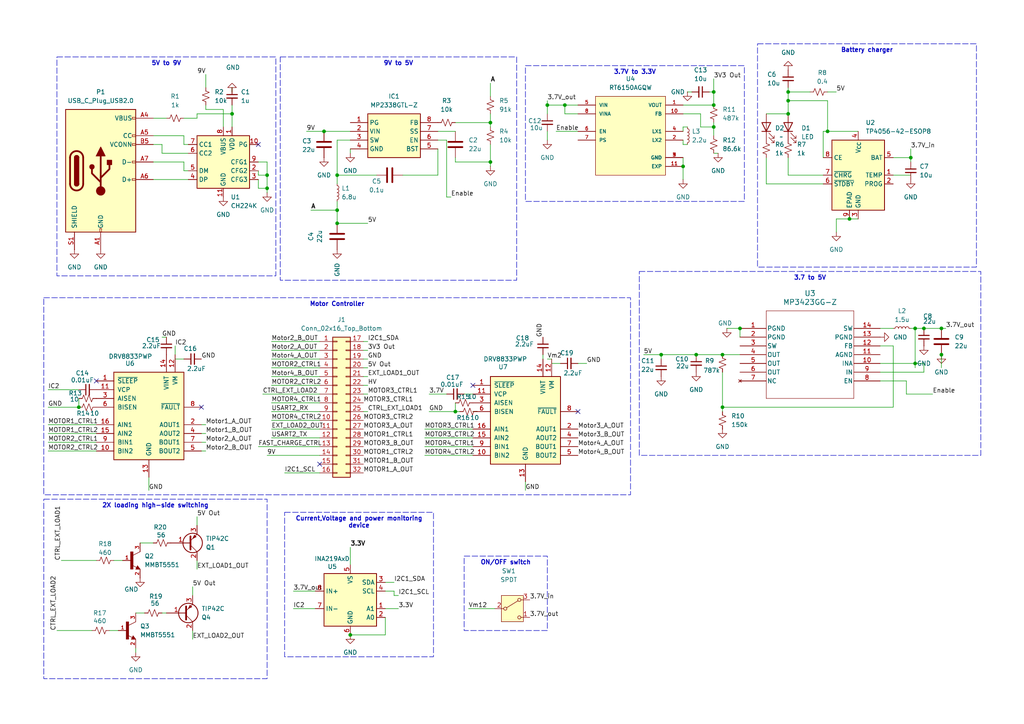
<source format=kicad_sch>
(kicad_sch (version 20250114) (generator "eeschema") (generator_version "9.0")
  (paper "A4")
  (title_block (title "EEE3088F_Micromouse_power_module") (date "2025-03-24") (rev "R5") (company "University of Cape Town") (comment 1 "Authors: Rasekoai Mokose and Innocent Mkhonta"))
  (text_box "Battery charger" (at 219.71 12.7 0) (size 63.5 64.77) (margins 0.9525 0.9525 0.9525 0.9525) (stroke (width 0) (type dash)) (effects (font (size 1.27 1.27) (thickness 0.254) (bold yes)) (justify top)))
  (text_box "5V to 9V" (at 16.51 16.51 0) (size 63.5 63.5) (margins 0.9525 0.9525 0.9525 0.9525) (stroke (width 0) (type dash)) (effects (font (size 1.27 1.27) (thickness 0.254) (bold yes)) (justify top)))
  (text_box "Motor Controller\n" (at 12.7 86.36 0) (size 170.18 57.15) (margins 0.9525 0.9525 0.9525 0.9525) (stroke (width 0) (type dash)) (effects (font (size 1.27 1.27) (thickness 0.254) (bold yes)) (justify top)))
  (text_box "ON/OFF switch" (at 134.62 161.29 0) (size 24.13 21.59) (margins 0.9525 0.9525 0.9525 0.9525) (stroke (width 0) (type dash)) (effects (font (size 1.27 1.27) (thickness 0.254) (bold yes)) (justify top)))
  (text_box "Current,Voltage and power monitoring device" (at 82.55 148.59 0) (size 43.18 41.91) (margins 0.9525 0.9525 0.9525 0.9525) (stroke (width 0) (type dash)) (effects (font (size 1.27 1.27) (thickness 0.254) (bold yes)) (justify top)))
  (text_box "3.7V to 3.3V\n" (at 152.4 19.05 0) (size 63.5 39.37) (margins 0.9525 0.9525 0.9525 0.9525) (stroke (width 0) (type dash)) (effects (font (size 1.27 1.27) (thickness 0.254) (bold yes)) (justify top)))
  (text_box "3.7 to 5V" (at 185.42 78.74 0) (size 99.06 53.34) (margins 0.9525 0.9525 0.9525 0.9525) (stroke (width 0) (type dash)) (effects (font (size 1.27 1.27) (thickness 0.254) (bold yes)) (justify top)))
  (text_box "9V to 5V\n" (at 81.28 16.51 0) (size 68.58 64.77) (margins 0.9525 0.9525 0.9525 0.9525) (stroke (width 0) (type dash)) (effects (font (size 1.27 1.27) (thickness 0.254) (bold yes)) (justify top)))
  (text_box "2X loading high-side switching " (at 12.7 144.78 0) (size 64.77 52.07) (margins 0.9525 0.9525 0.9525 0.9525) (stroke (width 0) (type dash)) (effects (font (size 1.27 1.27) (thickness 0.254) (bold yes)) (justify top)))
  (junction (at 101.6 184.15))
  (junction (at 207.01 30.48))
  (junction (at 158.75 30.48))
  (junction (at 273.05 95.25))
  (junction (at 228.6 33.02))
  (junction (at 97.79 60.96))
  (junction (at 22.86 118.11))
  (junction (at 198.12 48.26))
  (junction (at 77.47 50.8))
  (junction (at 273.05 102.87))
  (junction (at 132.08 119.38))
  (junction (at 93.98 38.1))
  (junction (at 67.31 33.02))
  (junction (at 142.24 35.56))
  (junction (at 265.43 95.25))
  (junction (at 209.55 118.11))
  (junction (at 97.79 64.77))
  (junction (at 265.43 105.41))
  (junction (at 240.03 38.1))
  (junction (at 207.01 36.83))
  (junction (at 246.38 63.5))
  (junction (at 228.6 26.67))
  (junction (at 228.6 29.21))
  (junction (at 264.16 45.72))
  (junction (at 267.97 95.25))
  (junction (at 214.63 95.25))
  (junction (at 209.55 102.87))
  (junction (at 77.47 54.61))
  (junction (at 191.77 102.87))
  (junction (at 201.93 102.87))
  (junction (at 207.01 26.67))
  (junction (at 97.79 50.8))
  (junction (at 163.83 30.48))
  (junction (at 142.24 46.99))
  (no_connect (at 137.16 111.76))
  (no_connect (at 167.64 119.38))
  (no_connect (at 74.93 41.91))
  (no_connect (at 92.71 134.62))
  (no_connect (at 58.42 118.11))
  (no_connect (at 27.94 110.49))
  (wire (pts (xy 228.6 29.21) (xy 228.6 33.02)))
  (wire (pts (xy 198.12 30.48) (xy 207.01 30.48)))
  (wire (pts (xy 74.93 46.99) (xy 77.47 46.99)))
  (wire (pts (xy 209.55 107.95) (xy 209.55 118.11)))
  (wire (pts (xy 167.64 105.41) (xy 170.18 105.41)))
  (wire (pts (xy 64.77 31.75) (xy 64.77 36.83)))
  (wire (pts (xy 123.19 127) (xy 137.16 127)))
  (wire (pts (xy 259.08 100.33) (xy 259.08 118.11)))
  (wire (pts (xy 191.77 102.87) (xy 201.93 102.87)))
  (wire (pts (xy 242.57 63.5) (xy 246.38 63.5)))
  (wire (pts (xy 115.57 172.72) (xy 114.3 172.72)))
  (wire (pts (xy 106.68 99.06) (xy 105.41 99.06)))
  (wire (pts (xy 59.69 130.81) (xy 58.42 130.81)))
  (wire (pts (xy 97.79 40.64) (xy 97.79 50.8)))
  (wire (pts (xy 46.99 97.79) (xy 48.26 97.79)))
  (wire (pts (xy 33.02 162.56) (xy 35.56 162.56)))
  (wire (pts (xy 78.74 121.92) (xy 92.71 121.92)))
  (wire (pts (xy 78.74 104.14) (xy 92.71 104.14)))
  (wire (pts (xy 264.16 45.72) (xy 264.16 46.99)))
  (wire (pts (xy 106.68 104.14) (xy 105.41 104.14)))
  (wire (pts (xy 238.76 50.8) (xy 228.6 50.8)))
  (wire (pts (xy 97.79 60.96) (xy 97.79 64.77)))
  (wire (pts (xy 129.54 40.64) (xy 129.54 57.15)))
  (wire (pts (xy 115.57 176.53) (xy 111.76 176.53)))
  (wire (pts (xy 16.51 182.88) (xy 26.67 182.88)))
  (wire (pts (xy 209.55 102.87) (xy 214.63 102.87)))
  (wire (pts (xy 59.69 31.75) (xy 59.69 30.48)))
  (wire (pts (xy 248.92 38.1) (xy 240.03 38.1)))
  (wire (pts (xy 228.6 25.4) (xy 228.6 26.67)))
  (wire (pts (xy 13.97 128.27) (xy 27.94 128.27)))
  (wire (pts (xy 127 40.64) (xy 129.54 40.64)))
  (wire (pts (xy 88.9 38.1) (xy 93.98 38.1)))
  (wire (pts (xy 44.45 39.37) (xy 53.34 39.37)))
  (wire (pts (xy 59.69 123.19) (xy 58.42 123.19)))
  (wire (pts (xy 267.97 95.25) (xy 273.05 95.25)))
  (wire (pts (xy 265.43 106.68) (xy 265.43 105.41)))
  (wire (pts (xy 74.93 50.8) (xy 77.47 50.8)))
  (wire (pts (xy 39.37 189.23) (xy 39.37 187.96)))
  (wire (pts (xy 53.34 49.53) (xy 54.61 49.53)))
  (wire (pts (xy 152.4 142.24) (xy 152.4 139.7)))
  (wire (pts (xy 142.24 46.99) (xy 142.24 41.91)))
  (wire (pts (xy 158.75 104.14) (xy 160.02 104.14)))
  (wire (pts (xy 53.34 41.91) (xy 54.61 41.91)))
  (wire (pts (xy 127 50.8) (xy 127 43.18)))
  (wire (pts (xy 57.15 34.29) (xy 57.15 33.02)))
  (wire (pts (xy 228.6 45.72) (xy 228.6 50.8)))
  (wire (pts (xy 255.27 107.95) (xy 267.97 107.95)))
  (wire (pts (xy 53.34 39.37) (xy 53.34 41.91)))
  (wire (pts (xy 132.08 46.99) (xy 142.24 46.99)))
  (wire (pts (xy 222.25 33.02) (xy 228.6 33.02)))
  (wire (pts (xy 209.55 118.11) (xy 209.55 119.38)))
  (wire (pts (xy 93.98 38.1) (xy 101.6 38.1)))
  (wire (pts (xy 255.27 100.33) (xy 259.08 100.33)))
  (wire (pts (xy 106.68 106.68) (xy 105.41 106.68)))
  (wire (pts (xy 198.12 40.64) (xy 198.12 41.91)))
  (wire (pts (xy 158.75 30.48) (xy 163.83 30.48)))
  (wire (pts (xy 214.63 95.25) (xy 214.63 97.79)))
  (wire (pts (xy 267.97 105.41) (xy 267.97 107.95)))
  (wire (pts (xy 240.03 26.67) (xy 242.57 26.67)))
  (wire (pts (xy 59.69 21.59) (xy 59.69 25.4)))
  (wire (pts (xy 116.84 50.8) (xy 127 50.8)))
  (wire (pts (xy 135.89 176.53) (xy 143.51 176.53)))
  (wire (pts (xy 265.43 95.25) (xy 265.43 105.41)))
  (wire (pts (xy 205.74 26.67) (xy 207.01 26.67)))
  (wire (pts (xy 262.89 110.49) (xy 255.27 110.49)))
  (wire (pts (xy 157.48 102.87) (xy 157.48 104.14)))
  (wire (pts (xy 85.09 171.45) (xy 91.44 171.45)))
  (wire (pts (xy 273.05 102.87) (xy 273.05 106.68)))
  (wire (pts (xy 53.34 46.99) (xy 53.34 49.53)))
  (wire (pts (xy 234.95 26.67) (xy 228.6 26.67)))
  (wire (pts (xy 207.01 22.86) (xy 207.01 26.67)))
  (wire (pts (xy 78.74 127) (xy 92.71 127)))
  (wire (pts (xy 242.57 67.31) (xy 242.57 63.5)))
  (wire (pts (xy 262.89 114.3) (xy 262.89 110.49)))
  (wire (pts (xy 67.31 36.83) (xy 67.31 33.02)))
  (wire (pts (xy 198.12 36.83) (xy 198.12 38.1)))
  (wire (pts (xy 57.15 165.1) (xy 57.15 162.56)))
  (wire (pts (xy 264.16 95.25) (xy 265.43 95.25)))
  (wire (pts (xy 101.6 40.64) (xy 97.79 40.64)))
  (wire (pts (xy 163.83 30.48) (xy 167.64 30.48)))
  (wire (pts (xy 74.93 49.53) (xy 74.93 50.8)))
  (wire (pts (xy 76.2 114.3) (xy 92.71 114.3)))
  (wire (pts (xy 158.75 29.21) (xy 158.75 30.48)))
  (wire (pts (xy 198.12 33.02) (xy 203.2 33.02)))
  (wire (pts (xy 207.01 35.56) (xy 207.01 36.83)))
  (wire (pts (xy 114.3 168.91) (xy 111.76 168.91)))
  (wire (pts (xy 203.2 33.02) (xy 203.2 36.83)))
  (wire (pts (xy 240.03 38.1) (xy 240.03 29.21)))
  (wire (pts (xy 59.69 125.73) (xy 58.42 125.73)))
  (wire (pts (xy 13.97 130.81) (xy 27.94 130.81)))
  (wire (pts (xy 238.76 45.72) (xy 238.76 38.1)))
  (wire (pts (xy 191.77 104.14) (xy 191.77 102.87)))
  (wire (pts (xy 210.82 95.25) (xy 214.63 95.25)))
  (wire (pts (xy 43.18 138.43) (xy 43.18 142.24)))
  (wire (pts (xy 101.6 44.45) (xy 101.6 43.18)))
  (wire (pts (xy 97.79 50.8) (xy 109.22 50.8)))
  (wire (pts (xy 255.27 105.41) (xy 265.43 105.41)))
  (wire (pts (xy 123.19 132.08) (xy 137.16 132.08)))
  (wire (pts (xy 123.19 129.54) (xy 137.16 129.54)))
  (wire (pts (xy 111.76 179.07) (xy 111.76 184.15)))
  (wire (pts (xy 106.68 119.38) (xy 105.41 119.38)))
  (wire (pts (xy 67.31 30.48) (xy 67.31 33.02)))
  (wire (pts (xy 142.24 33.02) (xy 142.24 35.56)))
  (wire (pts (xy 78.74 124.46) (xy 92.71 124.46)))
  (wire (pts (xy 270.51 114.3) (xy 262.89 114.3)))
  (wire (pts (xy 106.68 111.76) (xy 105.41 111.76)))
  (wire (pts (xy 101.6 158.75) (xy 101.6 163.83)))
  (wire (pts (xy 44.45 34.29) (xy 48.26 34.29)))
  (wire (pts (xy 132.08 116.84) (xy 132.08 119.38)))
  (wire (pts (xy 238.76 53.34) (xy 222.25 53.34)))
  (wire (pts (xy 44.45 46.99) (xy 53.34 46.99)))
  (wire (pts (xy 265.43 105.41) (xy 267.97 105.41)))
  (wire (pts (xy 46.99 44.45) (xy 46.99 41.91)))
  (wire (pts (xy 198.12 52.07) (xy 198.12 48.26)))
  (wire (pts (xy 199.39 36.83) (xy 198.12 36.83)))
  (wire (pts (xy 203.2 36.83) (xy 207.01 36.83)))
  (wire (pts (xy 106.68 109.22) (xy 105.41 109.22)))
  (wire (pts (xy 134.62 114.3) (xy 137.16 114.3)))
  (wire (pts (xy 54.61 44.45) (xy 46.99 44.45)))
  (wire (pts (xy 265.43 95.25) (xy 267.97 95.25)))
  (wire (pts (xy 17.78 162.56) (xy 27.94 162.56)))
  (wire (pts (xy 207.01 36.83) (xy 207.01 39.37)))
  (wire (pts (xy 142.24 48.26) (xy 142.24 46.99)))
  (wire (pts (xy 199.39 41.91) (xy 198.12 41.91)))
  (wire (pts (xy 240.03 29.21) (xy 228.6 29.21)))
  (wire (pts (xy 138.43 119.38) (xy 137.16 119.38)))
  (wire (pts (xy 78.74 119.38) (xy 92.71 119.38)))
  (wire (pts (xy 167.64 33.02) (xy 163.83 33.02)))
  (wire (pts (xy 77.47 46.99) (xy 77.47 50.8)))
  (wire (pts (xy 67.31 25.4) (xy 67.31 26.67)))
  (wire (pts (xy 106.68 101.6) (xy 105.41 101.6)))
  (wire (pts (xy 264.16 45.72) (xy 259.08 45.72)))
  (wire (pts (xy 127 38.1) (xy 132.08 38.1)))
  (wire (pts (xy 78.74 116.84) (xy 92.71 116.84)))
  (wire (pts (xy 13.97 123.19) (xy 27.94 123.19)))
  (wire (pts (xy 74.93 52.07) (xy 74.93 54.61)))
  (wire (pts (xy 31.75 182.88) (xy 34.29 182.88)))
  (wire (pts (xy 74.93 54.61) (xy 77.47 54.61)))
  (wire (pts (xy 238.76 38.1) (xy 240.03 38.1)))
  (wire (pts (xy 78.74 99.06) (xy 92.71 99.06)))
  (wire (pts (xy 207.01 26.67) (xy 207.01 30.48)))
  (wire (pts (xy 78.74 106.68) (xy 92.71 106.68)))
  (wire (pts (xy 59.69 31.75) (xy 64.77 31.75)))
  (wire (pts (xy 199.39 26.67) (xy 200.66 26.67)))
  (wire (pts (xy 158.75 33.02) (xy 158.75 30.48)))
  (wire (pts (xy 264.16 43.18) (xy 264.16 45.72)))
  (wire (pts (xy 85.09 176.53) (xy 91.44 176.53)))
  (wire (pts (xy 132.08 45.72) (xy 132.08 46.99)))
  (wire (pts (xy 129.54 57.15) (xy 130.81 57.15)))
  (wire (pts (xy 207.01 44.45) (xy 208.28 44.45)))
  (wire (pts (xy 77.47 55.88) (xy 77.47 54.61)))
  (wire (pts (xy 77.47 50.8) (xy 77.47 54.61)))
  (wire (pts (xy 186.69 102.87) (xy 191.77 102.87)))
  (wire (pts (xy 123.19 124.46) (xy 137.16 124.46)))
  (wire (pts (xy 55.88 185.42) (xy 55.88 182.88)))
  (wire (pts (xy 50.8 104.14) (xy 53.34 104.14)))
  (wire (pts (xy 78.74 111.76) (xy 92.71 111.76)))
  (wire (pts (xy 163.83 30.48) (xy 163.83 33.02)))
  (wire (pts (xy 198.12 48.26) (xy 198.12 45.72)))
  (wire (pts (xy 50.8 100.33) (xy 50.8 102.87)))
  (wire (pts (xy 273.05 95.25) (xy 274.32 95.25)))
  (wire (pts (xy 40.64 157.48) (xy 44.45 157.48)))
  (wire (pts (xy 57.15 33.02) (xy 67.31 33.02)))
  (wire (pts (xy 259.08 118.11) (xy 209.55 118.11)))
  (wire (pts (xy 59.69 128.27) (xy 58.42 128.27)))
  (wire (pts (xy 124.46 119.38) (xy 132.08 119.38)))
  (wire (pts (xy 114.3 171.45) (xy 111.76 171.45)))
  (wire (pts (xy 78.74 109.22) (xy 92.71 109.22)))
  (wire (pts (xy 158.75 38.1) (xy 158.75 40.64)))
  (wire (pts (xy 101.6 184.15) (xy 111.76 184.15)))
  (wire (pts (xy 78.74 101.6) (xy 92.71 101.6)))
  (wire (pts (xy 201.93 102.87) (xy 209.55 102.87)))
  (wire (pts (xy 142.24 35.56) (xy 142.24 36.83)))
  (wire (pts (xy 82.55 137.16) (xy 92.71 137.16)))
  (wire (pts (xy 248.92 63.5) (xy 246.38 63.5)))
  (wire (pts (xy 255.27 95.25) (xy 259.08 95.25)))
  (wire (pts (xy 74.93 129.54) (xy 92.71 129.54)))
  (wire (pts (xy 133.35 119.38) (xy 132.08 119.38)))
  (wire (pts (xy 13.97 118.11) (xy 22.86 118.11)))
  (wire (pts (xy 90.17 60.96) (xy 97.79 60.96)))
  (wire (pts (xy 13.97 113.03) (xy 22.86 113.03)))
  (wire (pts (xy 13.97 125.73) (xy 27.94 125.73)))
  (wire (pts (xy 57.15 149.86) (xy 57.15 152.4)))
  (wire (pts (xy 44.45 52.07) (xy 54.61 52.07)))
  (wire (pts (xy 97.79 58.42) (xy 97.79 60.96)))
  (wire (pts (xy 55.88 170.18) (xy 55.88 172.72)))
  (wire (pts (xy 142.24 24.13) (xy 142.24 27.94)))
  (wire (pts (xy 132.08 35.56) (xy 142.24 35.56)))
  (wire (pts (xy 44.45 41.91) (xy 46.99 41.91)))
  (wire (pts (xy 114.3 172.72) (xy 114.3 171.45)))
  (wire (pts (xy 97.79 50.8) (xy 97.79 53.34)))
  (wire (pts (xy 22.86 115.57) (xy 22.86 118.11)))
  (wire (pts (xy 39.37 177.8) (xy 41.91 177.8)))
  (wire (pts (xy 57.15 34.29) (xy 53.34 34.29)))
  (wire (pts (xy 161.29 38.1) (xy 167.64 38.1)))
  (wire (pts (xy 48.26 177.8) (xy 46.99 177.8)))
  (wire (pts (xy 160.02 105.41) (xy 162.56 105.41)))
  (wire (pts (xy 106.68 114.3) (xy 105.41 114.3)))
  (wire (pts (xy 228.6 26.67) (xy 228.6 29.21)))
  (wire (pts (xy 124.46 114.3) (xy 129.54 114.3)))
  (wire (pts (xy 222.25 45.72) (xy 222.25 53.34)))
  (wire (pts (xy 77.47 132.08) (xy 92.71 132.08)))
  (wire (pts (xy 106.68 64.77) (xy 97.79 64.77)))
  (wire (pts (xy 259.08 50.8) (xy 264.16 50.8)))
  (label "Enable" (at 270.51 114.3 0))
  (label "Motor3_B_OUT" (at 167.64 127 0))
  (label "9V" (at 59.69 21.59 180))
  (label "Motor4_B_OUT" (at 167.64 132.08 0))
  (label "5V Out" (at 106.68 106.68 0))
  (label "3.3V" (at 115.57 176.53 0) (effects (font (thickness 0.1588))))
  (label "EXT_LOAD2_OUT" (at 55.88 185.42 0))
  (label "GND" (at 46.99 97.79 0))
  (label "CTRL_EXT_LOAD2" (at 76.2 114.3 0))
  (label "MOTOR2_CTRL2" (at 78.74 111.76 0))
  (label "MOTOR4_CTRL2" (at 123.19 132.08 0))
  (label "MOTOR3_B_OUT" (at 105.41 129.54 0))
  (label "MOTOR2_CTRL1" (at 78.74 106.68 0))
  (label "CTRL_EXT_LOAD1" (at 106.68 119.38 0))
  (label "Motor2_B_OUT" (at 59.69 130.81 0))
  (label "3.7V_in" (at 264.16 43.18 0))
  (label "MOTOR3_CTRL1" (at 123.19 124.46 0))
  (label "I2C1_SCL" (at 82.55 137.16 0))
  (label "3.7V_in" (at 153.67 173.99 0))
  (label "3V3 Out" (at 106.68 101.6 0))
  (label "FAST_CHARGE_CTRL" (at 74.93 129.54 0))
  (label "GND" (at 152.4 142.24 0))
  (label "USART2_RX" (at 78.74 119.38 0))
  (label "MOTOR1_A_OUT" (at 105.41 137.16 0))
  (label "Motor2_B_OUT" (at 78.74 99.06 0))
  (label "Motor3_A_OUT" (at 167.64 124.46 0))
  (label "Motor2_A_OUT" (at 59.69 128.27 0))
  (label "IC2" (at 50.8 100.33 0))
  (label "5V" (at 242.57 26.67 0))
  (label "I2C1_SCL" (at 115.57 172.72 0))
  (label "MOTOR1_CTRL2" (at 105.41 132.08 0))
  (label "USART2_TX" (at 78.74 127 0))
  (label "Vm12" (at 135.89 176.53 0))
  (label "Enable" (at 161.29 38.1 0))
  (label "MOTOR1_CTRL2" (at 13.97 125.73 0))
  (label "5V" (at 186.69 102.87 0))
  (label "9V" (at 88.9 38.1 0))
  (label "CTRL_EXT_LOAD2" (at 16.51 182.88 90))
  (label "MOTOR4_CTRL1" (at 123.19 129.54 0))
  (label "Motor1_B_OUT" (at 59.69 125.73 0))
  (label "Motor2_A_OUT" (at 78.74 101.6 0))
  (label "GND" (at 124.46 119.38 0))
  (label "3.7V_out" (at 85.09 171.45 0) (effects (font (thickness 0.1588))))
  (label "3.7V_out" (at 158.75 29.21 0))
  (label "MOTOR2_CTRL2" (at 13.97 130.81 0))
  (label "EXT_LOAD1_OUT" (at 106.68 109.22 0))
  (label "MOTOR3_CTRL1" (at 105.41 116.84 0))
  (label "I2C1_SDA" (at 114.3 168.91 0))
  (label "3.7V" (at 124.46 114.3 0))
  (label "A" (at 90.17 60.96 0) (effects (font (thickness 0.254) (bold yes))))
  (label "MOTOR3_A_OUT" (at 105.41 124.46 0))
  (label "EXT_LOAD2_OUT" (at 78.74 124.46 0))
  (label "Motor4_B_OUT" (at 78.74 109.22 0))
  (label "Motor1_A_OUT" (at 59.69 123.19 0))
  (label "GND" (at 170.18 105.41 0))
  (label "MOTOR4_CTRL1" (at 78.74 116.84 0))
  (label "Motor4_A_OUT" (at 167.64 129.54 0))
  (label "A" (at 142.24 24.13 0) (effects (font (thickness 0.254) (bold yes))))
  (label "HV" (at 106.68 111.76 0))
  (label "3V3 Out" (at 207.01 22.86 0))
  (label "3.7V_out" (at 153.67 179.07 0))
  (label "5V" (at 106.68 64.77 0))
  (label "5V Out" (at 57.15 149.86 0))
  (label "MOTOR3_CTRL2" (at 105.41 121.92 0))
  (label "Enable" (at 130.81 57.15 0))
  (label "Vm2" (at 158.75 104.14 0))
  (label "IC2" (at 13.97 113.03 0))
  (label "MOTOR2_CTRL1" (at 13.97 128.27 0))
  (label "IC2" (at 85.09 176.53 0))
  (label "GND" (at 43.18 142.24 0))
  (label "GND" (at 58.42 104.14 0))
  (label "GND" (at 106.68 104.14 0))
  (label "GND" (at 13.97 118.11 0))
  (label "MOTOR3_CTRL2" (at 123.19 127 0))
  (label "MOTOR3_CTRL1" (at 106.68 114.3 0))
  (label "CTRL_EXT_LOAD1" (at 17.78 162.56 90))
  (label "5V Out" (at 55.88 170.18 0))
  (label "EXT_LOAD1_OUT" (at 57.15 165.1 0))
  (label "MOTOR4_CTRL2" (at 78.74 121.92 0))
  (label "3.7V_out" (at 274.32 95.25 0))
  (label "GND" (at 157.48 97.79 90))
  (label "MOTOR1_CTRL1" (at 105.41 127 0))
  (label "I2C1_SDA" (at 106.68 99.06 0))
  (label "3.3V" (at 101.6 158.75 0) (effects (font (bold yes))))
  (label "9V" (at 77.47 132.08 0))
  (label "MOTOR1_CTRL1" (at 13.97 123.19 0))
  (label "MOTOR1_B_OUT" (at 105.41 134.62 0))
  (label "Motor4_A_OUT" (at 78.74 104.14 0))
  (symbol (lib_id "Device:C_Small") (at 67.31 27.94 0) (unit 1)
    (property "Reference" "C1" (at 69.85 26.6762 0) (effects (justify left)))
    (property "Value" "1u" (at 69.85 29.2162 0) (effects (justify left)))
    (property "Description" "Unpolarized capacitor, small symbol" (effects (hide yes)))
  )
  (symbol (lib_id "Battery_Management:TP4056-42-ESOP8") (at 248.92 50.8 0) (unit 1)
    (property "Reference" "U2" (at 251.0633 35.56 0) (effects (justify left)))
    (property "Value" "TP4056-42-ESOP8" (at 251.0633 38.1 0) (effects (justify left)))
    (property "Footprint" "Package_SO:SOIC-8-1EP_3.9x4.9mm_P1.27mm_EP2.41x3.3mm_ThermalVias" (effects (hide yes)))
    (property "Datasheet" "https://www.lcsc.com/datasheet/lcsc_datasheet_2410121619_TOPPOWER-Nanjing-Extension-Microelectronics-TP4056-42-ESOP8_C16581.pdf" (effects (hide yes)))
    (property "Description" "1A Standalone Linear Li-ion/LiPo single-cell battery charger, 4.2V ±1% charge voltage, VCC = 4.0..8.0V, SOIC-8 (SOP-8)" (effects (hide yes)))
  )
  (symbol (lib_id "MMBT5551:MMBT5551") (at 36.83 182.88 0) (unit 1)
    (property "Reference" "Q3" (at 40.64 181.6099 0) (effects (justify left)))
    (property "Value" "MMBT5551" (at 40.64 184.1499 0) (effects (justify left)))
    (property "Footprint" "MMBT5551:SOT23-3" (effects (hide yes)))
    (property "DigiKey_Part_Number" "2156-MMBT5551-ND" (effects (hide yes)))
    (property "SnapEDA_Link" "https://www.snapeda.com/parts/MMBT5551/Fairchild+Imaging/view-part/?ref=snap" (effects (hide yes)))
    (property "Description_1" "This device is designed for general purpose high voltage amplifiers and gas discharge display drivers." (effects (hide yes)))
    (property "Package" "SOT-23-3 Fairchild Semiconductor" (effects (hide yes)))
    (property "BASIC_PART" "YES" (effects (hide yes)))
    (property "MF" "Fairchild Semiconductor" (effects (hide yes)))
    (property "MP" "MMBT5551" (effects (hide yes)))
    (property "Check_prices" "https://www.snapeda.com/parts/MMBT5551/Fairchild+Imaging/view-part/?ref=eda" (effects (hide yes)))
  )
  (symbol (lib_id "Device:C_Small") (at 165.1 105.41 90) (unit 1)
    (property "Reference" "C19" (at 166.37 102.362 90) (effects (justify left)))
    (property "Value" "2.2uF" (at 168.91 108.204 90) (effects (justify left)))
    (property "Description" "Unpolarized capacitor, small symbol" (effects (hide yes)))
  )
  (symbol (lib_id "Device:C") (at 132.08 41.91 0) (unit 1)
    (property "Reference" "C2" (at 135.89 40.6399 0) (effects (justify left)))
    (property "Value" "22u" (at 135.89 43.1799 0) (effects (justify left)))
    (property "Description" "Unpolarized capacitor" (effects (hide yes)))
  )
  (symbol (lib_id "Device:C_Small") (at 158.75 35.56 0) (unit 1)
    (property "Reference" "C12" (at 153.162 35.052 0) (effects (justify left)))
    (property "Value" "10u" (at 153.67 37.084 0) (effects (justify left)))
    (property "Description" "Unpolarized capacitor, small symbol" (effects (hide yes)))
  )
  (symbol (lib_id "Interface_USB:CH224K") (at 64.77 46.99 0) (unit 1)
    (property "Reference" "U1" (at 66.9133 57.15 0) (effects (justify left)))
    (property "Value" "CH224K" (at 66.9133 59.69 0) (effects (justify left)))
    (property "Footprint" "Package_SO:SSOP-10-1EP_3.9x4.9mm_P1mm_EP2.1x3.3mm" (effects (hide yes)))
    (property "Datasheet" "https://www.wch.cn/downloads/file/301.html" (effects (hide yes)))
    (property "Description" "100W USB Type-C PD3.0/2.0, BC1.2 Sink Controller, SSOP-10" (effects (hide yes)))
  )
  (symbol (lib_id "power:GND") (at 242.57 67.31 0) (unit 1)
    (property "Reference" "#PWR011" (effects (hide yes)))
    (property "Value" "GND" (at 242.57 72.39 0))
    (property "Description" "Power symbol creates a global label with name \"GND\" , ground" (effects (hide yes)))
  )
  (symbol (lib_id "Device:R_Small_US") (at 46.99 157.48 90) (unit 1)
    (property "Reference" "R20" (at 46.482 152.908 90))
    (property "Value" "56" (at 46.736 155.194 90))
    (property "Description" "Resistor, small US symbol" (effects (hide yes)))
  )
  (symbol (lib_id "Device:R_Small_US") (at 222.25 43.18 0) (unit 1)
    (property "Reference" "R6" (at 224.79 41.9099 0) (effects (justify left)))
    (property "Value" "1k" (at 224.79 44.4499 0) (effects (justify left)))
    (property "Description" "Resistor, small US symbol" (effects (hide yes)))
  )
  (symbol (lib_id "power:GND") (at 209.55 124.46 0) (unit 1)
    (property "Reference" "#PWR018" (effects (hide yes)))
    (property "Value" "GND" (at 209.55 129.54 0))
    (property "Description" "Power symbol creates a global label with name \"GND\" , ground" (effects (hide yes)))
  )
  (symbol (lib_id "power:GND") (at 67.31 26.67 180) (unit 1)
    (property "Reference" "#PWR02" (effects (hide yes)))
    (property "Value" "GND" (at 67.564 19.558 0))
    (property "Description" "Power symbol creates a global label with name \"GND\" , ground" (effects (hide yes)))
  )
  (symbol (lib_id "power:GND") (at 273.05 102.87 0) (unit 1)
    (property "Reference" "#PWR015" (effects (hide yes)))
    (property "Value" "GND" (at 273.05 107.95 0))
    (property "Description" "Power symbol creates a global label with name \"GND\" , ground" (effects (hide yes)))
  )
  (symbol (lib_id "Device:C") (at 93.98 41.91 0) (unit 1)
    (property "Reference" "C3" (at 87.63 40.894 0) (effects (justify left)))
    (property "Value" "22u" (at 87.63 43.434 0) (effects (justify left)))
    (property "Description" "Unpolarized capacitor" (effects (hide yes)))
  )
  (symbol (lib_id "Sensor_Energy:INA219AxD") (at 101.6 173.99 0) (unit 1)
    (property "Reference" "U5" (at 94.996 164.338 0) (effects (justify left)))
    (property "Value" "INA219AxD" (at 91.186 162.052 0) (effects (justify left)))
    (property "Footprint" "Package_SO:SOIC-8_3.9x4.9mm_P1.27mm" (effects (hide yes)))
    (property "Datasheet" "http://www.ti.com/lit/ds/symlink/ina219.pdf" (effects (hide yes)))
    (property "Description" "Zero-Drift, Bidirectional Current/Power Monitor (0-26V) With I2C Interface, SOIC-8" (effects (hide yes)))
  )
  (symbol (lib_id "Device:R_Small_US") (at 209.55 121.92 0) (unit 1)
    (property "Reference" "R10" (at 212.09 120.6499 0) (effects (justify left)))
    (property "Value" "150k" (at 212.09 123.1899 0) (effects (justify left)))
    (property "Description" "Resistor, small US symbol" (effects (hide yes)))
  )
  (symbol (lib_id "power:GND") (at 228.6 20.32 180) (unit 1)
    (property "Reference" "#PWR012" (effects (hide yes)))
    (property "Value" "GND" (at 228.6 15.24 0))
    (property "Description" "Power symbol creates a global label with name \"GND\" , ground" (effects (hide yes)))
  )
  (symbol (lib_id "power:GND") (at 255.27 97.79 90) (unit 1)
    (property "Reference" "#PWR017" (effects (hide yes)))
    (property "Value" "GND" (at 259.08 97.7899 90) (effects (justify right)))
    (property "Description" "Power symbol creates a global label with name \"GND\" , ground" (effects (hide yes)))
  )
  (symbol (lib_id "power:GND") (at 21.59 72.39 0) (unit 1)
    (property "Reference" "#PWR04" (effects (hide yes)))
    (property "Value" "GND" (at 21.59 77.47 0))
    (property "Description" "Power symbol creates a global label with name \"GND\" , ground" (effects (hide yes)))
  )
  (symbol (lib_id "power:GND") (at 29.21 72.39 0) (unit 1)
    (property "Reference" "#PWR03" (effects (hide yes)))
    (property "Value" "GND" (at 29.21 77.47 0))
    (property "Description" "Power symbol creates a global label with name \"GND\" , ground" (effects (hide yes)))
  )
  (symbol (lib_id "power:GND") (at 210.82 95.25 0) (unit 1)
    (property "Reference" "#PWR016" (effects (hide yes)))
    (property "Value" "GND" (at 212.344 93.726 0) (effects (justify right)))
    (property "Description" "Power symbol creates a global label with name \"GND\" , ground" (effects (hide yes)))
  )
  (symbol (lib_id "Device:C_Small") (at 201.93 105.41 0) (unit 1)
    (property "Reference" "C10" (at 195.834 104.14 0) (effects (justify left)))
    (property "Value" "22u" (at 196.088 106.172 0) (effects (justify left)))
    (property "Description" "Unpolarized capacitor, small symbol" (effects (hide yes)))
  )
  (symbol (lib_id "power:GND") (at 93.98 45.72 0) (unit 1)
    (property "Reference" "#PWR07" (effects (hide yes)))
    (property "Value" "GND" (at 93.98 50.8 0))
    (property "Description" "Power symbol creates a global label with name \"GND\" , ground" (effects (hide yes)))
  )
  (symbol (lib_id "Device:L_Small") (at 97.79 55.88 0) (unit 1)
    (property "Reference" "L1" (at 99.06 54.6099 0) (effects (justify left)))
    (property "Value" "6.8u" (at 99.06 57.1499 0) (effects (justify left)))
    (property "Description" "Inductor, small symbol" (effects (hide yes)))
  )
  (symbol (lib_id "Device:C_Small") (at 157.48 100.33 0) (unit 1)
    (property "Reference" "C18" (at 149.606 98.044 0) (effects (justify left)))
    (property "Value" "2.2uF" (at 149.352 99.822 0) (effects (justify left)))
    (property "Description" "Unpolarized capacitor, small symbol" (effects (hide yes)))
  )
  (symbol (lib_id "Device:R_Small_US") (at 134.62 116.84 90) (unit 1)
    (property "Reference" "R15" (at 134.366 115.062 90))
    (property "Value" "10" (at 136.906 115.062 90))
    (property "Description" "Resistor, small US symbol" (effects (hide yes)))
  )
  (symbol (lib_id "power:GND") (at 158.75 40.64 0) (unit 1)
    (property "Reference" "#PWR022" (effects (hide yes)))
    (property "Value" "GND" (at 158.75 45.72 0))
    (property "Description" "Power symbol creates a global label with name \"GND\" , ground" (effects (hide yes)))
  )
  (symbol (lib_id "power:GND") (at 77.47 55.88 0) (unit 1)
    (property "Reference" "#PWR01" (effects (hide yes)))
    (property "Value" "GND" (at 77.47 60.96 0))
    (property "Description" "Power symbol creates a global label with name \"GND\" , ground" (effects (hide yes)))
  )
  (symbol (lib_id "Device:R_Small_US") (at 25.4 118.11 90) (unit 1)
    (property "Reference" "R14" (at 24.13 119.888 90))
    (property "Value" "10" (at 27.432 119.888 90))
    (property "Description" "Resistor, small US symbol" (effects (hide yes)))
  )
  (symbol (lib_id "Device:R_Small_US") (at 44.45 177.8 90) (unit 1)
    (property "Reference" "R19" (at 45.212 172.974 90))
    (property "Value" "56" (at 44.958 175.006 90))
    (property "Description" "Resistor, small US symbol" (effects (hide yes)))
  )
  (symbol (lib_id "power:GND") (at 64.77 57.15 0) (unit 1)
    (property "Reference" "#PWR05" (effects (hide yes)))
    (property "Value" "GND" (at 64.77 62.23 0))
    (property "Description" "Power symbol creates a global label with name \"GND\" , ground" (effects (hide yes)))
  )
  (symbol (lib_id "Driver_Motor:DRV8833PWP") (at 43.18 120.65 0) (unit 1)
    (property "Reference" "U6" (at 36.322 105.41 0) (effects (justify left)))
    (property "Value" "DRV8833PWP" (at 31.496 103.378 0) (effects (justify left)))
    (property "Footprint" "Package_SO:HTSSOP-16-1EP_4.4x5mm_P0.65mm_EP3.4x5mm_Mask2.46x2.31mm_ThermalVias" (effects (hide yes)))
    (property "Datasheet" "http://www.ti.com/lit/ds/symlink/drv8833.pdf" (effects (hide yes)))
    (property "Description" "Dual H-Bridge Motor Driver, HTSSOP-16" (effects (hide yes)))
  )
  (symbol (lib_id "Device:C_Small") (at 267.97 97.79 0) (unit 1)
    (property "Reference" "C8" (at 267.716 91.694 0) (effects (justify left)))
    (property "Value" "22u" (at 267.716 93.218 0) (effects (justify left)))
    (property "Description" "Unpolarized capacitor, small symbol" (effects (hide yes)))
  )
  (symbol (lib_id "Device:C_Small") (at 25.4 113.03 90) (unit 1)
    (property "Reference" "C14" (at 23.876 108.204 90))
    (property "Value" "0.01uF" (at 23.876 110.236 90))
    (property "Description" "Unpolarized capacitor, small symbol" (effects (hide yes)))
  )
  (symbol (lib_id "MMBT5551:MMBT5551") (at 38.1 162.56 0) (unit 1)
    (property "Reference" "Q2" (at 41.91 161.2899 0) (effects (justify left)))
    (property "Value" "MMBT5551" (at 41.91 163.8299 0) (effects (justify left)))
    (property "Footprint" "MMBT5551:SOT23-3" (effects (hide yes)))
    (property "DigiKey_Part_Number" "2156-MMBT5551-ND" (effects (hide yes)))
    (property "SnapEDA_Link" "https://www.snapeda.com/parts/MMBT5551/Fairchild+Imaging/view-part/?ref=snap" (effects (hide yes)))
    (property "Description_1" "This device is designed for general purpose high voltage amplifiers and gas discharge display drivers." (effects (hide yes)))
    (property "Package" "SOT-23-3 Fairchild Semiconductor" (effects (hide yes)))
    (property "BASIC_PART" "YES" (effects (hide yes)))
    (property "MF" "Fairchild Semiconductor" (effects (hide yes)))
    (property "MP" "MMBT5551" (effects (hide yes)))
    (property "Check_prices" "https://www.snapeda.com/parts/MMBT5551/Fairchild+Imaging/view-part/?ref=eda" (effects (hide yes)))
  )
  (symbol (lib_id "power:GND") (at 199.39 26.67 0) (unit 1)
    (property "Reference" "#PWR024" (effects (hide yes)))
    (property "Value" "GND" (at 196.596 26.67 0))
    (property "Description" "Power symbol creates a global label with name \"GND\" , ground" (effects (hide yes)))
  )
  (symbol (lib_id "power:GND") (at 267.97 100.33 0) (unit 1)
    (property "Reference" "#PWR014" (effects (hide yes)))
    (property "Value" "GND" (at 267.97 105.41 0))
    (property "Description" "Power symbol creates a global label with name \"GND\" , ground" (effects (hide yes)))
  )
  (symbol (lib_id "Switch:SW_Nidec_CAS-120A1") (at 148.59 176.53 0) (unit 1)
    (property "Reference" "SW1" (at 147.574 165.608 0))
    (property "Value" "SPDT" (at 147.574 168.148 0))
    (property "Footprint" "MyLibrary:NEWSWITCH" (effects (hide yes)))
    (property "Datasheet" "https://www.nidec-components.com/e/catalog/switch/cas.pdf" (effects (hide yes)))
    (property "Description" "Switch, single pole double throw" (effects (hide yes)))
  )
  (symbol (lib_id "Connector:USB_C_Plug_USB2.0") (at 29.21 49.53 0) (unit 1)
    (property "Reference" "P1" (at 29.21 26.67 0))
    (property "Value" "USB_C_Plug_USB2.0" (at 29.21 29.21 0))
    (property "Datasheet" "https://www.usb.org/sites/default/files/documents/usb_type-c.zip" (effects (hide yes)))
    (property "Description" "USB 2.0-only Type-C Plug connector" (effects (hide yes)))
  )
  (symbol (lib_id "RT6150AGQW:RT6150AGQW") (at 182.88 40.64 0) (unit 1)
    (property "Reference" "U4" (at 182.88 22.86 0))
    (property "Value" "RT6150AGQW" (at 182.88 25.4 0))
    (property "Footprint" "RT6150AGQW:SON50P300X300X80-11N" (effects (hide yes)))
    (property "B_NOM" "0.24" (effects (hide yes)))
    (property "Check_prices" "https://www.snapeda.com/parts/RT6150AGQW/Richtek/view-part/?ref=eda" (effects (hide yes)))
    (property "B_MAX" "0.3" (effects (hide yes)))
    (property "Description_1" "Buck-Boost Switching Regulator IC Positive Adjustable 1.8V 1 Output 800mA 10-WFDFN Exposed Pad" (effects (hide yes)))
    (property "Price" "None" (effects (hide yes)))
    (property "ENOM" "0.5" (effects (hide yes)))
    (property "D_NOM" "3.0" (effects (hide yes)))
    (property "D_MAX" "3.05" (effects (hide yes)))
    (property "L_MAX" "0.45" (effects (hide yes)))
    (property "A_MAX" "0.8" (effects (hide yes)))
    (property "Package" "WFDFN-10 Richtek" (effects (hide yes)))
    (property "E2_NOM" "1.625" (effects (hide yes)))
    (property "D2_NOM" "2.475" (effects (hide yes)))
    (property "SnapEDA_Link" "https://www.snapeda.com/parts/RT6150AGQW/Richtek/view-part/?ref=snap" (effects (hide yes)))
    (property "E_NOM" "3.0" (effects (hide yes)))
    (property "B_MIN" "0.18" (effects (hide yes)))
    (property "STANDARD" "IPC 7351B" (effects (hide yes)))
    (property "PIN_COUNT" "10.0" (effects (hide yes)))
    (property "L_NOM" "0.4" (effects (hide yes)))
    (property "MANUFACTURER" "Richtek" (effects (hide yes)))
    (property "MF" "Richtek USA" (effects (hide yes)))
    (property "MAXIMUM_PACKAGE_HEIGHT" "0.8mm" (effects (hide yes)))
    (property "E_MIN" "2.95" (effects (hide yes)))
    (property "D_MIN" "2.95" (effects (hide yes)))
    (property "MP" "RT6150AGQW" (effects (hide yes)))
    (property "L_MIN" "0.35" (effects (hide yes)))
    (property "Availability" "In Stock" (effects (hide yes)))
    (property "E_MAX" "3.05" (effects (hide yes)))
  )
  (symbol (lib_id "Device:LED") (at 228.6 36.83 90) (unit 1)
    (property "Reference" "D1" (at 232.41 37.1474 90) (effects (justify right)))
    (property "Value" "LED" (at 232.41 39.6874 90) (effects (justify right)))
    (property "Description" "Light emitting diode" (effects (hide yes)))
    (property "Sim.Pins" "1=K 2=A" (effects (hide yes)))
  )
  (symbol (lib_id "power:GND") (at 208.28 44.45 0) (unit 1)
    (property "Reference" "#PWR021" (effects (hide yes)))
    (property "Value" "GND" (at 208.28 49.53 0))
    (property "Description" "Power symbol creates a global label with name \"GND\" , ground" (effects (hide yes)))
  )
  (symbol (lib_id "Device:C_Small") (at 132.08 114.3 90) (unit 1)
    (property "Reference" "C17" (at 131.318 109.474 90))
    (property "Value" "0.01uF" (at 131.064 111.506 90))
    (property "Description" "Unpolarized capacitor, small symbol" (effects (hide yes)))
  )
  (symbol (lib_id "Device:R_Small_US") (at 228.6 43.18 0) (unit 1)
    (property "Reference" "R7" (at 231.14 41.9099 0) (effects (justify left)))
    (property "Value" "1k" (at 231.14 44.4499 0) (effects (justify left)))
    (property "Description" "Resistor, small US symbol" (effects (hide yes)))
  )
  (symbol (lib_id "Device:R_Small_US") (at 142.24 30.48 0) (unit 1)
    (property "Reference" "R5" (at 144.78 29.2099 0) (effects (justify left)))
    (property "Value" "91k" (at 144.78 31.7499 0) (effects (justify left)))
    (property "Description" "Resistor, small US symbol" (effects (hide yes)))
  )
  (symbol (lib_id "Connector_Generic:Conn_02x16_Top_Bottom") (at 97.79 116.84 0) (unit 1)
    (property "Reference" "J1" (at 99.06 92.71 0))
    (property "Value" "Conn_02x16_Top_Bottom" (at 99.06 95.25 0))
    (property "Footprint" "Connector_PinHeader_2.54mm:PinHeader_2x16_P2.54mm_Vertical" (effects (hide yes)))
    (property "Description" "Generic connector, double row, 02x16, top/bottom pin numbering scheme (row 1: 1...pins_per_row, row2: pins_per_row+1 ... num_pins), script generated (kicad-library-utils/schlib/autogen/connector/)" (effects (hide yes)))
  )
  (symbol (lib_id "Device:R_Small_US") (at 30.48 162.56 90) (unit 1)
    (property "Reference" "R18" (at 30.48 157.734 90))
    (property "Value" "460" (at 30.48 160.274 90))
    (property "Description" "Resistor, small US symbol" (effects (hide yes)))
  )
  (symbol (lib_id "Device:R_Small_US") (at 207.01 41.91 0) (unit 1)
    (property "Reference" "R12" (at 209.55 40.6399 0) (effects (justify left)))
    (property "Value" "86.6k" (at 209.55 43.1799 0) (effects (justify left)))
    (property "Description" "Resistor, small US symbol" (effects (hide yes)))
  )
  (symbol (lib_id "Device:R_Small_US") (at 135.89 119.38 90) (unit 1)
    (property "Reference" "R16" (at 134.366 121.158 90))
    (property "Value" "10" (at 137.668 121.158 90))
    (property "Description" "Resistor, small US symbol" (effects (hide yes)))
  )
  (symbol (lib_id "Device:R_Small_US") (at 29.21 182.88 90) (unit 1)
    (property "Reference" "R17" (at 28.956 177.8 90))
    (property "Value" "460" (at 28.956 180.086 90))
    (property "Description" "Resistor, small US symbol" (effects (hide yes)))
  )
  (symbol (lib_id "Device:R_Small_US") (at 207.01 33.02 0) (unit 1)
    (property "Reference" "R11" (at 209.55 31.7499 0) (effects (justify left)))
    (property "Value" "487k" (at 209.55 34.2899 0) (effects (justify left)))
    (property "Description" "Resistor, small US symbol" (effects (hide yes)))
  )
  (symbol (lib_id "Device:R_Small_US") (at 209.55 105.41 180) (unit 1)
    (property "Reference" "R9" (at 204.47 104.648 0) (effects (justify right)))
    (property "Value" "787k" (at 203.962 107.442 0) (effects (justify right)))
    (property "Description" "Resistor, small US symbol" (effects (hide yes)))
  )
  (symbol (lib_id "power:GND") (at 39.37 189.23 0) (unit 1)
    (property "Reference" "#PWR010" (effects (hide yes)))
    (property "Value" "GND" (at 39.37 194.31 0))
    (property "Description" "Power symbol creates a global label with name \"GND\" , ground" (effects (hide yes)))
  )
  (symbol (lib_id "Transistor_BJT:TIP42C") (at 54.61 157.48 0) (mirror x) (unit 1)
    (property "Reference" "Q1" (at 59.69 158.7501 0) (effects (justify left)))
    (property "Value" "TIP42C" (at 59.69 156.2101 0) (effects (justify left)))
    (property "Footprint" "Package_TO_SOT_THT:TO-220-3_Vertical" (effects (hide yes)))
    (property "Datasheet" "https://www.centralsemi.com/get_document.php?cmp=1&mergetype=pd&mergepath=pd&pdf_id=TIP42.PDF" (effects (hide yes)))
    (property "Description" "-6A Ic, -100V Vce, Power PNP Transistor, TO-220" (effects (hide yes)))
  )
  (symbol (lib_id "power:GND") (at 101.6 44.45 0) (unit 1)
    (property "Reference" "#PWR06" (effects (hide yes)))
    (property "Value" "GND" (at 101.6 49.53 0))
    (property "Description" "Power symbol creates a global label with name \"GND\" , ground" (effects (hide yes)))
  )
  (symbol (lib_id "Device:C_Small") (at 55.88 104.14 90) (unit 1)
    (property "Reference" "C16" (at 57.15 101.092 90) (effects (justify left)))
    (property "Value" "2.2uF" (at 59.69 106.934 90) (effects (justify left)))
    (property "Description" "Unpolarized capacitor, small symbol" (effects (hide yes)))
  )
  (symbol (lib_id "power:GND") (at 191.77 109.22 0) (unit 1)
    (property "Reference" "#PWR019" (effects (hide yes)))
    (property "Value" "GND" (at 191.77 114.3 0))
    (property "Description" "Power symbol creates a global label with name \"GND\" , ground" (effects (hide yes)))
  )
  (symbol (lib_id "Device:R_Small_US") (at 50.8 34.29 90) (unit 1)
    (property "Reference" "R1" (at 50.8 27.94 90))
    (property "Value" "1k" (at 50.8 30.48 90))
    (property "Description" "Resistor, small US symbol" (effects (hide yes)))
  )
  (symbol (lib_id "Device:C_Small") (at 228.6 22.86 0) (unit 1)
    (property "Reference" "C6" (at 222.504 21.59 0) (effects (justify left)))
    (property "Value" "10u" (at 222.504 24.13 0) (effects (justify left)))
    (property "Description" "Unpolarized capacitor, small symbol" (effects (hide yes)))
  )
  (symbol (lib_id "2025-03-23_12-19-32:MP3423GG-Z") (at 214.63 95.25 0) (unit 1)
    (property "Reference" "U3" (at 234.95 85.09 0) (effects (font (size 1.524 1.524))))
    (property "Value" "MP3423GG-Z" (at 234.95 87.63 0) (effects (font (size 1.524 1.524))))
    (property "Footprint" "QFN14_MP3423_MNP" (effects (hide yes)))
    (property "Datasheet" "MP3423GG-Z" (effects (hide yes)))
  )
  (symbol (lib_id "Device:R_Small_US") (at 59.69 27.94 0) (unit 1)
    (property "Reference" "R2" (at 62.23 26.6699 0) (effects (justify left)))
    (property "Value" "10k" (at 62.23 29.2099 0) (effects (justify left)))
    (property "Description" "Resistor, small US symbol" (effects (hide yes)))
  )
  (symbol (lib_id "Device:R_Small_US") (at 129.54 35.56 90) (unit 1)
    (property "Reference" "R3" (at 129.54 29.21 90))
    (property "Value" "10k" (at 129.54 31.75 90))
    (property "Description" "Resistor, small US symbol" (effects (hide yes)))
  )
  (symbol (lib_id "power:GND") (at 142.24 48.26 0) (unit 1)
    (property "Reference" "#PWR08" (effects (hide yes)))
    (property "Value" "GND" (at 142.24 53.34 0))
    (property "Description" "Power symbol creates a global label with name \"GND\" , ground" (effects (hide yes)))
  )
  (symbol (lib_id "power:GND") (at 101.6 184.15 0) (unit 1)
    (property "Reference" "#PWR026" (effects (hide yes)))
    (property "Value" "GND" (at 101.6 189.23 0))
    (property "Description" "Power symbol creates a global label with name \"GND\" , ground" (effects (hide yes)))
  )
  (symbol (lib_id "power:GND") (at 264.16 52.07 0) (unit 1)
    (property "Reference" "#PWR013" (effects (hide yes)))
    (property "Value" "GND" (at 264.16 57.15 0))
    (property "Description" "Power symbol creates a global label with name \"GND\" , ground" (effects (hide yes)))
  )
  (symbol (lib_id "Device:C") (at 97.79 68.58 180) (unit 1)
    (property "Reference" "C4" (at 90.17 68.58 90))
    (property "Value" "22u" (at 92.71 68.58 90))
    (property "Description" "Unpolarized capacitor" (effects (hide yes)))
  )
  (symbol (lib_id "Device:C_Small") (at 264.16 49.53 0) (unit 1)
    (property "Reference" "C7" (at 266.7 48.2662 0) (effects (justify left)))
    (property "Value" "10u" (at 266.7 50.8062 0) (effects (justify left)))
    (property "Description" "Unpolarized capacitor, small symbol" (effects (hide yes)))
  )
  (symbol (lib_id "MP2338GTL-Z:MP2338GTL-Z") (at 101.6 35.56 0) (unit 1)
    (property "Reference" "IC1" (at 114.3 27.94 0))
    (property "Value" "MP2338GTL-Z" (at 114.3 30.48 0))
    (property "Footprint" "MP2338GTLZ" (effects (hide yes)))
    (property "Datasheet" "https://www.monolithicpower.com/en/documentview/productdocument/index/version/2/document_type/Datasheet/lang/en/sku/MP2338GTL/document_id/9461/" (effects (hide yes)))
    (property "Description" "Switching Voltage Regulators High-Efficiency,28V,3A,430kHz Synchronous Buck with PG and ext.SS In SOT583 Package" (effects (hide yes)))
    (property "Height" "0.6" (effects (hide yes)))
    (property "Mouser Part Number" "946-MP2338GTL-Z" (effects (hide yes)))
    (property "Mouser Price/Stock" "https://www.mouser.co.uk/ProductDetail/Monolithic-Power-Systems-MPS/MP2338GTL-Z?qs=Li%252BoUPsLEnuizxbD7Jo%252B7w%3D%3D" (effects (hide yes)))
    (property "Manufacturer_Name" "Monolithic Power Systems (MPS)" (effects (hide yes)))
    (property "Manufacturer_Part_Number" "MP2338GTL-Z" (effects (hide yes)))
  )
  (symbol (lib_id "power:GND") (at 198.12 52.07 0) (unit 1)
    (property "Reference" "#PWR023" (effects (hide yes)))
    (property "Value" "GND" (at 198.12 57.15 0))
    (property "Description" "Power symbol creates a global label with name \"GND\" , ground" (effects (hide yes)))
  )
  (symbol (lib_id "Device:C") (at 113.03 50.8 90) (unit 1)
    (property "Reference" "C5" (at 109.22 52.578 90))
    (property "Value" "0.1u" (at 109.22 55.118 90))
    (property "Description" "Unpolarized capacitor" (effects (hide yes)))
  )
  (symbol (lib_id "Device:C") (at 273.05 99.06 0) (unit 1)
    (property "Reference" "C9" (at 276.86 97.7899 0) (effects (justify left)))
    (property "Value" "22u" (at 276.86 100.3299 0) (effects (justify left)))
    (property "Description" "Unpolarized capacitor" (effects (hide yes)))
  )
  (symbol (lib_id "Device:C_Small") (at 203.2 26.67 270) (mirror x) (unit 1)
    (property "Reference" "C13" (at 203.1937 20.32 90))
    (property "Value" "10u" (at 203.1937 22.86 90))
    (property "Description" "Unpolarized capacitor, small symbol" (effects (hide yes)))
  )
  (symbol (lib_id "Device:L_Small") (at 261.62 95.25 90) (unit 1)
    (property "Reference" "L2" (at 261.62 90.17 90))
    (property "Value" "1.5u" (at 261.62 92.71 90))
    (property "Description" "Inductor, small symbol" (effects (hide yes)))
  )
  (symbol (lib_id "power:GND") (at 97.79 72.39 0) (unit 1)
    (property "Reference" "#PWR09" (effects (hide yes)))
    (property "Value" "GND" (at 97.7899 76.2 90) (effects (justify right)))
    (property "Description" "Power symbol creates a global label with name \"GND\" , ground" (effects (hide yes)))
  )
  (symbol (lib_id "Device:L_Small") (at 199.39 39.37 0) (unit 1)
    (property "Reference" "L3" (at 200.66 38.0999 0) (effects (justify left)))
    (property "Value" "2.2u" (at 200.66 40.6399 0) (effects (justify left)))
    (property "Description" "Inductor, small symbol" (effects (hide yes)))
  )
  (symbol (lib_id "Device:C_Small") (at 48.26 100.33 0) (unit 1)
    (property "Reference" "C15" (at 42.418 98.552 0) (effects (justify left)))
    (property "Value" "2.2uF" (at 41.148 100.33 0) (effects (justify left)))
    (property "Description" "Unpolarized capacitor, small symbol" (effects (hide yes)))
  )
  (symbol (lib_id "power:GND") (at 40.64 167.64 0) (unit 1)
    (property "Reference" "#PWR025" (effects (hide yes)))
    (property "Value" "GND" (at 38.1 170.942 0))
    (property "Description" "Power symbol creates a global label with name \"GND\" , ground" (effects (hide yes)))
  )
  (symbol (lib_id "Device:R_Small_US") (at 237.49 26.67 270) (unit 1)
    (property "Reference" "R8" (at 238.506 21.082 90))
    (property "Value" "0.4" (at 238.506 23.622 90))
    (property "Description" "Resistor, small US symbol" (effects (hide yes)))
  )
  (symbol (lib_id "power:GND") (at 201.93 107.95 0) (unit 1)
    (property "Reference" "#PWR020" (effects (hide yes)))
    (property "Value" "GND" (at 201.93 113.03 0))
    (property "Description" "Power symbol creates a global label with name \"GND\" , ground" (effects (hide yes)))
  )
  (symbol (lib_id "Device:LED") (at 222.25 36.83 90) (unit 1)
    (property "Reference" "D2" (at 224.79 37.1474 90) (effects (justify right)))
    (property "Value" "~" (at 226.06 39.6874 90) (effects (justify right)))
    (property "Description" "Light emitting diode" (effects (hide yes)))
    (property "Sim.Pins" "1=K 2=A" (effects (hide yes)))
  )
  (symbol (lib_id "Device:C_Small") (at 191.77 106.68 0) (unit 1)
    (property "Reference" "C11" (at 185.928 104.648 0) (effects (justify left)))
    (property "Value" "22u" (at 185.928 107.188 0) (effects (justify left)))
    (property "Description" "Unpolarized capacitor, small symbol" (effects (hide yes)))
  )
  (symbol (lib_id "Device:R_Small_US") (at 142.24 39.37 0) (unit 1)
    (property "Reference" "R4" (at 144.78 38.0999 0) (effects (justify left)))
    (property "Value" "10k" (at 144.78 40.6399 0) (effects (justify left)))
    (property "Description" "Resistor, small US symbol" (effects (hide yes)))
  )
  (symbol (lib_id "Driver_Motor:DRV8833PWP") (at 152.4 121.92 0) (unit 1)
    (property "Reference" "U7" (at 144.526 106.426 0) (effects (justify left)))
    (property "Value" "DRV8833PWP" (at 140.208 104.14 0) (effects (justify left)))
    (property "Footprint" "Package_SO:HTSSOP-16-1EP_4.4x5mm_P0.65mm_EP3.4x5mm_Mask2.46x2.31mm_ThermalVias" (effects (hide yes)))
    (property "Datasheet" "http://www.ti.com/lit/ds/symlink/drv8833.pdf" (effects (hide yes)))
    (property "Description" "Dual H-Bridge Motor Driver, HTSSOP-16" (effects (hide yes)))
  )
  (symbol (lib_id "Device:R_Small_US") (at 25.4 115.57 90) (unit 1)
    (property "Reference" "R13" (at 21.844 114.046 90))
    (property "Value" "10" (at 21.59 115.824 90))
    (property "Description" "Resistor, small US symbol" (effects (hide yes)))
  )
  (symbol (lib_id "Transistor_BJT:TIP42C") (at 53.34 177.8 0) (mirror x) (unit 1)
    (property "Reference" "Q4" (at 58.42 179.0701 0) (effects (justify left)))
    (property "Value" "TIP42C" (at 58.42 176.5301 0) (effects (justify left)))
    (property "Footprint" "Package_TO_SOT_THT:TO-220-3_Vertical" (effects (hide yes)))
    (property "Datasheet" "https://www.centralsemi.com/get_document.php?cmp=1&mergetype=pd&mergepath=pd&pdf_id=TIP42.PDF" (effects (hide yes)))
    (property "Description" "-6A Ic, -100V Vce, Power PNP Transistor, TO-220" (effects (hide yes)))
  )
)
</source>
